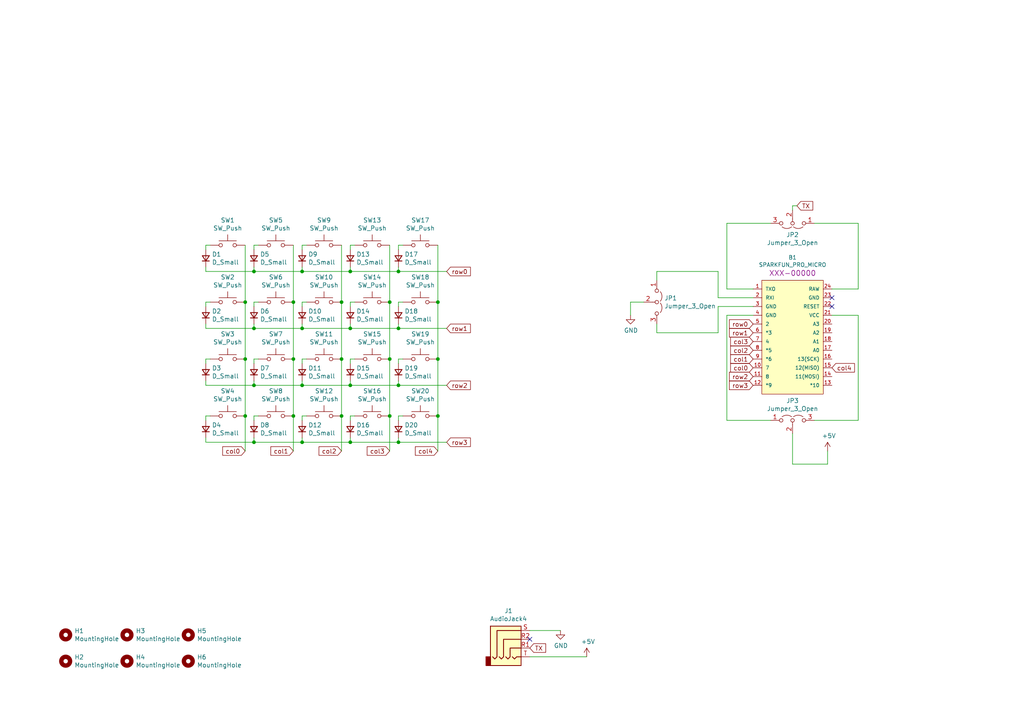
<source format=kicad_sch>
(kicad_sch (version 20230121) (generator eeschema)
  (paper "A4")
  (lib_symbols
    (symbol "Device:D_Small" (pin_numbers hide) (pin_names (offset 0.254) hide)
      (property "Reference" "D" (at -1.27 2.032 0))
      (property "Value" "D_Small" (at -3.81 -2.032 0))
      (symbol "D_Small_0_1"
        (polyline (pts (xy -0.762 -1.016) (xy -0.762 1.016)) (stroke (width 0.254)))
        (polyline (pts (xy -0.762 0) (xy 0.762 0)))
        (polyline (pts (xy 0.762 -1.016) (xy -0.762 0) (xy 0.762 1.016) (xy 0.762 -1.016)) (stroke (width 0.254)))
      )
      (symbol "D_Small_1_1"
        (pin passive line (at -2.54 0 0) (length 1.778) (name "K") (number "1"))
        (pin passive line (at 2.54 0 180) (length 1.778) (name "A") (number "2"))
      )
    )
    (symbol "Mechanical:MountingHole" (pin_names (offset 1.016))
      (property "Reference" "H" (at 0 5.08 0))
      (property "Value" "MountingHole" (at 0 3.175 0))
      (symbol "MountingHole_0_1"
        (circle (center 0 0) (radius 1.27) (stroke (width 1.27)))
      )
    )
    (symbol "Switch:SW_Push" (pin_numbers hide) (pin_names (offset 1.016) hide)
      (property "Reference" "SW" (at 1.27 2.54 0))
      (property "Value" "SW_Push" (at 0 -1.524 0))
      (symbol "SW_Push_0_1"
        (circle (center -2.032 0) (radius 0.508))
        (polyline (pts (xy 0 1.27) (xy 0 3.048)))
        (polyline (pts (xy 2.54 1.27) (xy -2.54 1.27)))
        (circle (center 2.032 0) (radius 0.508))
        (pin passive line (at -5.08 0 0) (length 2.54) (name "1") (number "1"))
        (pin passive line (at 5.08 0 180) (length 2.54) (name "2") (number "2"))
      )
    )
    (symbol "cheapsplit-rescue:AudioJack4-Connector"
      (property "Reference" "J" (at 0 8.89 0))
      (property "Value" "Connector_AudioJack4" (at 0 6.35 0))
      (symbol "AudioJack4-Connector_0_1"
        (rectangle (start -6.35 -5.08) (end -7.62 -7.62) (stroke (width 0.254)) (fill (type outline)))
        (polyline (pts (xy 0 -5.08) (xy 0.635 -5.715) (xy 1.27 -5.08) (xy 2.54 -5.08)) (stroke (width 0.254)))
        (polyline (pts (xy -5.715 -5.08) (xy -5.08 -5.715) (xy -4.445 -5.08) (xy -4.445 2.54) (xy 2.54 2.54)) (stroke (width 0.254)))
        (polyline (pts (xy -1.905 -5.08) (xy -1.27 -5.715) (xy -0.635 -5.08) (xy -0.635 -2.54) (xy 2.54 -2.54)) (stroke (width 0.254)))
        (polyline (pts (xy 2.54 0) (xy -2.54 0) (xy -2.54 -5.08) (xy -3.175 -5.715) (xy -3.81 -5.08)) (stroke (width 0.254)))
        (rectangle (start 2.54 3.81) (end -6.35 -7.62) (stroke (width 0.254)) (fill (type background)))
      )
      (symbol "AudioJack4-Connector_1_1"
        (pin passive line (at 5.08 -2.54 180) (length 2.54) (name "~") (number "R1"))
        (pin passive line (at 5.08 0 180) (length 2.54) (name "~") (number "R2"))
        (pin passive line (at 5.08 2.54 180) (length 2.54) (name "~") (number "S"))
        (pin passive line (at 5.08 -5.08 180) (length 2.54) (name "~") (number "T"))
      )
    )
    (symbol "cheapsplit-rescue:Jumper_3_Open-Jumper" (pin_names (offset 0) hide)
      (property "Reference" "JP" (at -2.54 -2.54 0))
      (property "Value" "Jumper_Jumper_3_Open" (at 0 2.794 0))
      (symbol "Jumper_3_Open-Jumper_0_0"
        (circle (center -3.302 0) (radius 0.508))
        (circle (center 0 0) (radius 0.508))
        (circle (center 3.302 0) (radius 0.508))
      )
      (symbol "Jumper_3_Open-Jumper_0_1"
        (arc (start -0.254 1.016) (mid -1.651 1.4992) (end -3.048 1.016))
        (polyline (pts (xy 0 -0.508) (xy 0 -1.27)))
        (arc (start 3.048 1.016) (mid 1.651 1.4992) (end 0.254 1.016))
      )
      (symbol "Jumper_3_Open-Jumper_1_1"
        (pin passive line (at -6.35 0 0) (length 2.54) (name "A") (number "1"))
        (pin input line (at 0 -3.81 90) (length 2.54) (name "C") (number "2"))
        (pin passive line (at 6.35 0 180) (length 2.54) (name "B") (number "3"))
      )
    )
    (symbol "cheapsplit-rescue:SPARKFUN_PRO_MICRO-SparkFun-Boards" (pin_names (offset 1.016))
      (property "Reference" "B" (at -8.89 17.78 0))
      (property "Value" "SparkFun-Boards_SPARKFUN_PRO_MICRO" (at -8.89 -19.05 0))
      (property "Field4" "XXX-00000" (at 0 21.59 0))
      (symbol "SPARKFUN_PRO_MICRO-SparkFun-Boards_1_1"
        (polyline (pts (xy -8.89 16.51) (xy -8.89 -16.51) (xy 8.89 -16.51) (xy 8.89 16.51) (xy -8.89 16.51)) (fill (type background)))
        (pin bidirectional line (at -11.43 13.97 0) (length 2.54) (name "TXO") (number "1"))
        (pin bidirectional line (at -11.43 -8.89 0) (length 2.54) (name "7") (number "10"))
        (pin bidirectional line (at -11.43 -11.43 0) (length 2.54) (name "8") (number "11"))
        (pin bidirectional line (at -11.43 -13.97 0) (length 2.54) (name "*9") (number "12"))
        (pin bidirectional line (at 11.43 -13.97 180) (length 2.54) (name "*10") (number "13"))
        (pin bidirectional line (at 11.43 -11.43 180) (length 2.54) (name "11(MOSI)") (number "14"))
        (pin bidirectional line (at 11.43 -8.89 180) (length 2.54) (name "12(MISO)") (number "15"))
        (pin bidirectional line (at 11.43 -6.35 180) (length 2.54) (name "13(SCK)") (number "16"))
        (pin bidirectional line (at 11.43 -3.81 180) (length 2.54) (name "A0") (number "17"))
        (pin bidirectional line (at 11.43 -1.27 180) (length 2.54) (name "A1") (number "18"))
        (pin bidirectional line (at 11.43 1.27 180) (length 2.54) (name "A2") (number "19"))
        (pin bidirectional line (at -11.43 11.43 0) (length 2.54) (name "RXI") (number "2"))
        (pin bidirectional line (at 11.43 3.81 180) (length 2.54) (name "A3") (number "20"))
        (pin power_in line (at 11.43 6.35 180) (length 2.54) (name "VCC") (number "21"))
        (pin bidirectional line (at 11.43 8.89 180) (length 2.54) (name "RESET") (number "22"))
        (pin power_in line (at 11.43 11.43 180) (length 2.54) (name "GND") (number "23"))
        (pin power_in line (at 11.43 13.97 180) (length 2.54) (name "RAW") (number "24"))
        (pin power_in line (at -11.43 8.89 0) (length 2.54) (name "GND") (number "3"))
        (pin power_in line (at -11.43 6.35 0) (length 2.54) (name "GND") (number "4"))
        (pin bidirectional line (at -11.43 3.81 0) (length 2.54) (name "2") (number "5"))
        (pin bidirectional line (at -11.43 1.27 0) (length 2.54) (name "*3") (number "6"))
        (pin bidirectional line (at -11.43 -1.27 0) (length 2.54) (name "4") (number "7"))
        (pin bidirectional line (at -11.43 -3.81 0) (length 2.54) (name "*5") (number "8"))
        (pin bidirectional line (at -11.43 -6.35 0) (length 2.54) (name "*6") (number "9"))
      )
    )
    (symbol "power:+5V" (power) (pin_names (offset 0))
      (property "Value" "+5V" (at 0 3.556 0))
      (symbol "+5V_0_1"
        (polyline (pts (xy -0.762 1.27) (xy 0 2.54)))
        (polyline (pts (xy 0 0) (xy 0 2.54)))
        (polyline (pts (xy 0 2.54) (xy 0.762 1.27)))
      )
      (symbol "+5V_1_1"
        (pin power_in line (at 0 0 90) (length 0) hide (name "+5V") (number "1"))
      )
    )
    (symbol "power:GND" (power) (pin_names (offset 0))
      (property "Value" "GND" (at 0 -3.81 0))
      (symbol "GND_0_1"
        (polyline (pts (xy 0 0) (xy 0 -1.27) (xy 1.27 -1.27) (xy 0 -2.54) (xy -1.27 -1.27) (xy 0 -1.27)))
      )
      (symbol "GND_1_1"
        (pin power_in line (at 0 0 270) (length 0) hide (name "GND") (number "1"))
      )
    )
  )
  (junction (at 99.06 87.63))
  (junction (at 101.6 78.74))
  (junction (at 115.57 111.76))
  (junction (at 73.66 128.27))
  (junction (at 85.09 120.65))
  (junction (at 101.6 95.25))
  (junction (at 115.57 95.25))
  (junction (at 127 87.63))
  (junction (at 73.66 78.74))
  (junction (at 87.63 111.76))
  (junction (at 101.6 111.76))
  (junction (at 73.66 95.25))
  (junction (at 113.03 104.14))
  (junction (at 87.63 95.25))
  (junction (at 71.12 120.65))
  (junction (at 115.57 128.27))
  (junction (at 71.12 87.63))
  (junction (at 87.63 78.74))
  (junction (at 127 120.65))
  (junction (at 101.6 128.27))
  (junction (at 85.09 104.14))
  (junction (at 113.03 120.65))
  (junction (at 71.12 104.14))
  (junction (at 99.06 120.65))
  (junction (at 73.66 111.76))
  (junction (at 85.09 87.63))
  (junction (at 113.03 87.63))
  (junction (at 87.63 128.27))
  (junction (at 115.57 78.74))
  (junction (at 127 104.14))
  (junction (at 99.06 104.14))
  (no_connect (at 241.3 88.9))
  (no_connect (at 241.3 86.36))
  (no_connect (at 153.67 185.42))
  (wire (pts (xy 101.6 93.98) (xy 101.6 95.25)))
  (wire (pts (xy 218.44 91.44) (xy 210.82 91.44)))
  (wire (pts (xy 115.57 111.76) (xy 129.54 111.76)))
  (wire (pts (xy 101.6 110.49) (xy 101.6 111.76)))
  (wire (pts (xy 59.69 127) (xy 59.69 128.27)))
  (wire (pts (xy 73.66 77.47) (xy 73.66 78.74)))
  (wire (pts (xy 88.9 87.63) (xy 87.63 87.63)))
  (wire (pts (xy 87.63 93.98) (xy 87.63 95.25)))
  (wire (pts (xy 101.6 71.12) (xy 101.6 72.39)))
  (wire (pts (xy 87.63 95.25) (xy 101.6 95.25)))
  (wire (pts (xy 88.9 120.65) (xy 87.63 120.65)))
  (wire (pts (xy 115.57 78.74) (xy 129.54 78.74)))
  (wire (pts (xy 102.87 120.65) (xy 101.6 120.65)))
  (wire (pts (xy 101.6 120.65) (xy 101.6 121.92)))
  (wire (pts (xy 115.57 127) (xy 115.57 128.27)))
  (wire (pts (xy 101.6 95.25) (xy 115.57 95.25)))
  (wire (pts (xy 127 104.14) (xy 127 120.65)))
  (wire (pts (xy 241.3 91.44) (xy 248.92 91.44)))
  (wire (pts (xy 127 120.65) (xy 127 130.81)))
  (wire (pts (xy 113.03 104.14) (xy 113.03 120.65)))
  (wire (pts (xy 99.06 87.63) (xy 99.06 104.14)))
  (wire (pts (xy 88.9 104.14) (xy 87.63 104.14)))
  (wire (pts (xy 73.66 110.49) (xy 73.66 111.76)))
  (wire (pts (xy 115.57 71.12) (xy 115.57 72.39)))
  (wire (pts (xy 99.06 120.65) (xy 99.06 130.81)))
  (wire (pts (xy 208.28 86.36) (xy 208.28 78.74)))
  (wire (pts (xy 210.82 91.44) (xy 210.82 121.92)))
  (wire (pts (xy 116.84 87.63) (xy 115.57 87.63)))
  (wire (pts (xy 74.93 104.14) (xy 73.66 104.14)))
  (wire (pts (xy 229.87 134.62) (xy 240.03 134.62)))
  (wire (pts (xy 73.66 104.14) (xy 73.66 105.41)))
  (wire (pts (xy 74.93 120.65) (xy 73.66 120.65)))
  (wire (pts (xy 73.66 93.98) (xy 73.66 95.25)))
  (wire (pts (xy 87.63 127) (xy 87.63 128.27)))
  (wire (pts (xy 115.57 77.47) (xy 115.57 78.74)))
  (wire (pts (xy 73.66 87.63) (xy 73.66 88.9)))
  (wire (pts (xy 153.67 182.88) (xy 162.56 182.88)))
  (wire (pts (xy 71.12 104.14) (xy 71.12 120.65)))
  (wire (pts (xy 59.69 77.47) (xy 59.69 78.74)))
  (wire (pts (xy 101.6 77.47) (xy 101.6 78.74)))
  (wire (pts (xy 218.44 88.9) (xy 208.28 88.9)))
  (wire (pts (xy 218.44 83.82) (xy 210.82 83.82)))
  (wire (pts (xy 182.88 87.63) (xy 186.69 87.63)))
  (wire (pts (xy 248.92 121.92) (xy 236.22 121.92)))
  (wire (pts (xy 87.63 128.27) (xy 101.6 128.27)))
  (wire (pts (xy 87.63 71.12) (xy 87.63 72.39)))
  (wire (pts (xy 59.69 110.49) (xy 59.69 111.76)))
  (wire (pts (xy 71.12 71.12) (xy 71.12 87.63)))
  (wire (pts (xy 116.84 71.12) (xy 115.57 71.12)))
  (wire (pts (xy 190.5 78.74) (xy 190.5 81.28)))
  (wire (pts (xy 248.92 91.44) (xy 248.92 121.92)))
  (wire (pts (xy 115.57 110.49) (xy 115.57 111.76)))
  (wire (pts (xy 73.66 120.65) (xy 73.66 121.92)))
  (wire (pts (xy 73.66 127) (xy 73.66 128.27)))
  (wire (pts (xy 59.69 93.98) (xy 59.69 95.25)))
  (wire (pts (xy 127 71.12) (xy 127 87.63)))
  (wire (pts (xy 85.09 104.14) (xy 85.09 120.65)))
  (wire (pts (xy 190.5 96.52) (xy 190.5 93.98)))
  (wire (pts (xy 87.63 77.47) (xy 87.63 78.74)))
  (wire (pts (xy 74.93 71.12) (xy 73.66 71.12)))
  (wire (pts (xy 101.6 127) (xy 101.6 128.27)))
  (wire (pts (xy 60.96 120.65) (xy 59.69 120.65)))
  (wire (pts (xy 231.14 59.69) (xy 229.87 59.69)))
  (wire (pts (xy 87.63 120.65) (xy 87.63 121.92)))
  (wire (pts (xy 85.09 87.63) (xy 85.09 104.14)))
  (wire (pts (xy 59.69 111.76) (xy 73.66 111.76)))
  (wire (pts (xy 87.63 78.74) (xy 101.6 78.74)))
  (wire (pts (xy 101.6 78.74) (xy 115.57 78.74)))
  (wire (pts (xy 60.96 71.12) (xy 59.69 71.12)))
  (wire (pts (xy 74.93 87.63) (xy 73.66 87.63)))
  (wire (pts (xy 101.6 128.27) (xy 115.57 128.27)))
  (wire (pts (xy 87.63 110.49) (xy 87.63 111.76)))
  (wire (pts (xy 102.87 87.63) (xy 101.6 87.63)))
  (wire (pts (xy 115.57 93.98) (xy 115.57 95.25)))
  (wire (pts (xy 115.57 95.25) (xy 129.54 95.25)))
  (wire (pts (xy 113.03 87.63) (xy 113.03 104.14)))
  (wire (pts (xy 73.66 128.27) (xy 87.63 128.27)))
  (wire (pts (xy 153.67 190.5) (xy 170.18 190.5)))
  (wire (pts (xy 85.09 71.12) (xy 85.09 87.63)))
  (wire (pts (xy 115.57 128.27) (xy 129.54 128.27)))
  (wire (pts (xy 59.69 128.27) (xy 73.66 128.27)))
  (wire (pts (xy 73.66 78.74) (xy 87.63 78.74)))
  (wire (pts (xy 102.87 71.12) (xy 101.6 71.12)))
  (wire (pts (xy 229.87 125.73) (xy 229.87 134.62)))
  (wire (pts (xy 71.12 87.63) (xy 71.12 104.14)))
  (wire (pts (xy 73.66 95.25) (xy 87.63 95.25)))
  (wire (pts (xy 73.66 111.76) (xy 87.63 111.76)))
  (wire (pts (xy 229.87 59.69) (xy 229.87 60.96)))
  (wire (pts (xy 208.28 88.9) (xy 208.28 96.52)))
  (wire (pts (xy 88.9 71.12) (xy 87.63 71.12)))
  (wire (pts (xy 113.03 71.12) (xy 113.03 87.63)))
  (wire (pts (xy 115.57 104.14) (xy 115.57 105.41)))
  (wire (pts (xy 99.06 104.14) (xy 99.06 120.65)))
  (wire (pts (xy 73.66 71.12) (xy 73.66 72.39)))
  (wire (pts (xy 218.44 86.36) (xy 208.28 86.36)))
  (wire (pts (xy 87.63 87.63) (xy 87.63 88.9)))
  (wire (pts (xy 59.69 78.74) (xy 73.66 78.74)))
  (wire (pts (xy 115.57 120.65) (xy 115.57 121.92)))
  (wire (pts (xy 182.88 91.44) (xy 182.88 87.63)))
  (wire (pts (xy 60.96 87.63) (xy 59.69 87.63)))
  (wire (pts (xy 59.69 95.25) (xy 73.66 95.25)))
  (wire (pts (xy 71.12 120.65) (xy 71.12 130.81)))
  (wire (pts (xy 59.69 71.12) (xy 59.69 72.39)))
  (wire (pts (xy 127 87.63) (xy 127 104.14)))
  (wire (pts (xy 248.92 64.77) (xy 236.22 64.77)))
  (wire (pts (xy 208.28 96.52) (xy 190.5 96.52)))
  (wire (pts (xy 116.84 120.65) (xy 115.57 120.65)))
  (wire (pts (xy 102.87 104.14) (xy 101.6 104.14)))
  (wire (pts (xy 85.09 120.65) (xy 85.09 130.81)))
  (wire (pts (xy 210.82 64.77) (xy 223.52 64.77)))
  (wire (pts (xy 101.6 87.63) (xy 101.6 88.9)))
  (wire (pts (xy 208.28 78.74) (xy 190.5 78.74)))
  (wire (pts (xy 60.96 104.14) (xy 59.69 104.14)))
  (wire (pts (xy 87.63 111.76) (xy 101.6 111.76)))
  (wire (pts (xy 59.69 104.14) (xy 59.69 105.41)))
  (wire (pts (xy 241.3 83.82) (xy 248.92 83.82)))
  (wire (pts (xy 210.82 83.82) (xy 210.82 64.77)))
  (wire (pts (xy 87.63 104.14) (xy 87.63 105.41)))
  (wire (pts (xy 115.57 87.63) (xy 115.57 88.9)))
  (wire (pts (xy 99.06 71.12) (xy 99.06 87.63)))
  (wire (pts (xy 59.69 120.65) (xy 59.69 121.92)))
  (wire (pts (xy 59.69 87.63) (xy 59.69 88.9)))
  (wire (pts (xy 113.03 120.65) (xy 113.03 130.81)))
  (wire (pts (xy 101.6 104.14) (xy 101.6 105.41)))
  (wire (pts (xy 240.03 134.62) (xy 240.03 130.81)))
  (wire (pts (xy 248.92 83.82) (xy 248.92 64.77)))
  (wire (pts (xy 210.82 121.92) (xy 223.52 121.92)))
  (wire (pts (xy 101.6 111.76) (xy 115.57 111.76)))
  (wire (pts (xy 116.84 104.14) (xy 115.57 104.14)))
  (global_label "col0" (shape input) (at 218.44 106.68 180) (property "Intersheetrefs" "${INTERSHEET_REFS}" (effects hide)))
  (global_label "col3" (shape input) (at 218.44 99.06 180) (property "Intersheetrefs" "${INTERSHEET_REFS}" (effects hide)))
  (global_label "row3" (shape input) (at 218.44 111.76 180) (property "Intersheetrefs" "${INTERSHEET_REFS}" (effects hide)))
  (global_label "col2" (shape input) (at 99.06 130.81 180) (property "Intersheetrefs" "${INTERSHEET_REFS}" (effects hide)))
  (global_label "col0" (shape input) (at 71.12 130.81 180) (property "Intersheetrefs" "${INTERSHEET_REFS}" (effects hide)))
  (global_label "row2" (shape input) (at 129.54 111.76 0) (property "Intersheetrefs" "${INTERSHEET_REFS}" (effects hide)))
  (global_label "row2" (shape input) (at 218.44 109.22 180) (property "Intersheetrefs" "${INTERSHEET_REFS}" (effects hide)))
  (global_label "row0" (shape input) (at 218.44 93.98 180) (property "Intersheetrefs" "${INTERSHEET_REFS}" (effects hide)))
  (global_label "col1" (shape input) (at 218.44 104.14 180) (property "Intersheetrefs" "${INTERSHEET_REFS}" (effects hide)))
  (global_label "TX" (shape input) (at 153.67 187.96 0) (property "Intersheetrefs" "${INTERSHEET_REFS}" (effects hide)))
  (global_label "col1" (shape input) (at 85.09 130.81 180) (property "Intersheetrefs" "${INTERSHEET_REFS}" (effects hide)))
  (global_label "row1" (shape input) (at 218.44 96.52 180) (property "Intersheetrefs" "${INTERSHEET_REFS}" (effects hide)))
  (global_label "col2" (shape input) (at 218.44 101.6 180) (property "Intersheetrefs" "${INTERSHEET_REFS}" (effects hide)))
  (global_label "row0" (shape input) (at 129.54 78.74 0) (property "Intersheetrefs" "${INTERSHEET_REFS}" (effects hide)))
  (global_label "TX" (shape input) (at 231.14 59.69 0) (property "Intersheetrefs" "${INTERSHEET_REFS}" (effects hide)))
  (global_label "row1" (shape input) (at 129.54 95.25 0) (property "Intersheetrefs" "${INTERSHEET_REFS}" (effects hide)))
  (global_label "col4" (shape input) (at 241.3 106.68 0) (property "Intersheetrefs" "${INTERSHEET_REFS}" (effects hide)))
  (global_label "col4" (shape input) (at 127 130.81 180) (property "Intersheetrefs" "${INTERSHEET_REFS}" (effects hide)))
  (global_label "col3" (shape input) (at 113.03 130.81 180) (property "Intersheetrefs" "${INTERSHEET_REFS}" (effects hide)))
  (global_label "row3" (shape input) (at 129.54 128.27 0) (property "Intersheetrefs" "${INTERSHEET_REFS}" (effects hide)))
  (symbol (lib_id "Switch:SW_Push") (at 66.04 71.12 0) (unit 1)
    (property "Reference" "SW1" (at 66.04 63.881 0))
    (property "Value" "SW_Push" (at 66.04 66.1924 0))
    (property "Footprint" "keyswitches:SW_PG1350_reversible" (effects hide))
  )
  (symbol (lib_id "Device:D_Small") (at 59.69 74.93 90) (unit 1)
    (property "Reference" "D1" (at 61.468 73.7616 90) (effects (justify right)))
    (property "Value" "D_Small" (at 61.468 76.073 90) (effects (justify right)))
    (property "Footprint" "Diode_THT:D_T-1_P5.08mm_Horizontal" (effects hide))
  )
  (symbol (lib_id "Switch:SW_Push") (at 66.04 87.63 0) (unit 1)
    (property "Reference" "SW2" (at 66.04 80.391 0))
    (property "Value" "SW_Push" (at 66.04 82.7024 0))
    (property "Footprint" "keyswitches:SW_PG1350_reversible" (effects hide))
  )
  (symbol (lib_id "Device:D_Small") (at 59.69 91.44 90) (unit 1)
    (property "Reference" "D2" (at 61.468 90.2716 90) (effects (justify right)))
    (property "Value" "D_Small" (at 61.468 92.583 90) (effects (justify right)))
    (property "Footprint" "Diode_THT:D_T-1_P5.08mm_Horizontal" (effects hide))
  )
  (symbol (lib_id "Switch:SW_Push") (at 66.04 104.14 0) (unit 1)
    (property "Reference" "SW3" (at 66.04 96.901 0))
    (property "Value" "SW_Push" (at 66.04 99.2124 0))
    (property "Footprint" "keyswitches:SW_PG1350_reversible" (effects hide))
  )
  (symbol (lib_id "Device:D_Small") (at 59.69 107.95 90) (unit 1)
    (property "Reference" "D3" (at 61.468 106.7816 90) (effects (justify right)))
    (property "Value" "D_Small" (at 61.468 109.093 90) (effects (justify right)))
    (property "Footprint" "Diode_THT:D_T-1_P5.08mm_Horizontal" (effects hide))
  )
  (symbol (lib_id "Switch:SW_Push") (at 66.04 120.65 0) (unit 1)
    (property "Reference" "SW4" (at 66.04 113.411 0))
    (property "Value" "SW_Push" (at 66.04 115.7224 0))
    (property "Footprint" "keyswitches:SW_PG1350_reversible" (effects hide))
  )
  (symbol (lib_id "Device:D_Small") (at 59.69 124.46 90) (unit 1)
    (property "Reference" "D4" (at 61.468 123.2916 90) (effects (justify right)))
    (property "Value" "D_Small" (at 61.468 125.603 90) (effects (justify right)))
    (property "Footprint" "Diode_THT:D_T-1_P5.08mm_Horizontal" (effects hide))
  )
  (symbol (lib_id "Switch:SW_Push") (at 80.01 71.12 0) (unit 1)
    (property "Reference" "SW5" (at 80.01 63.881 0))
    (property "Value" "SW_Push" (at 80.01 66.1924 0))
    (property "Footprint" "keyswitches:SW_PG1350_reversible" (effects hide))
  )
  (symbol (lib_id "Device:D_Small") (at 73.66 74.93 90) (unit 1)
    (property "Reference" "D5" (at 75.438 73.7616 90) (effects (justify right)))
    (property "Value" "D_Small" (at 75.438 76.073 90) (effects (justify right)))
    (property "Footprint" "Diode_THT:D_T-1_P5.08mm_Horizontal" (effects hide))
  )
  (symbol (lib_id "Switch:SW_Push") (at 80.01 87.63 0) (unit 1)
    (property "Reference" "SW6" (at 80.01 80.391 0))
    (property "Value" "SW_Push" (at 80.01 82.7024 0))
    (property "Footprint" "keyswitches:SW_PG1350_reversible" (effects hide))
  )
  (symbol (lib_id "Device:D_Small") (at 73.66 91.44 90) (unit 1)
    (property "Reference" "D6" (at 75.438 90.2716 90) (effects (justify right)))
    (property "Value" "D_Small" (at 75.438 92.583 90) (effects (justify right)))
    (property "Footprint" "Diode_THT:D_T-1_P5.08mm_Horizontal" (effects hide))
  )
  (symbol (lib_id "Switch:SW_Push") (at 80.01 104.14 0) (unit 1)
    (property "Reference" "SW7" (at 80.01 96.901 0))
    (property "Value" "SW_Push" (at 80.01 99.2124 0))
    (property "Footprint" "keyswitches:SW_PG1350_reversible" (effects hide))
  )
  (symbol (lib_id "Device:D_Small") (at 73.66 107.95 90) (unit 1)
    (property "Reference" "D7" (at 75.438 106.7816 90) (effects (justify right)))
    (property "Value" "D_Small" (at 75.438 109.093 90) (effects (justify right)))
    (property "Footprint" "Diode_THT:D_T-1_P5.08mm_Horizontal" (effects hide))
  )
  (symbol (lib_id "Switch:SW_Push") (at 80.01 120.65 0) (unit 1)
    (property "Reference" "SW8" (at 80.01 113.411 0))
    (property "Value" "SW_Push" (at 80.01 115.7224 0))
    (property "Footprint" "keyswitches:SW_PG1350_reversible" (effects hide))
  )
  (symbol (lib_id "Device:D_Small") (at 73.66 124.46 90) (unit 1)
    (property "Reference" "D8" (at 75.438 123.2916 90) (effects (justify right)))
    (property "Value" "D_Small" (at 75.438 125.603 90) (effects (justify right)))
    (property "Footprint" "Diode_THT:D_T-1_P5.08mm_Horizontal" (effects hide))
  )
  (symbol (lib_id "Switch:SW_Push") (at 93.98 71.12 0) (unit 1)
    (property "Reference" "SW9" (at 93.98 63.881 0))
    (property "Value" "SW_Push" (at 93.98 66.1924 0))
    (property "Footprint" "keyswitches:SW_PG1350_reversible" (effects hide))
  )
  (symbol (lib_id "Device:D_Small") (at 87.63 74.93 90) (unit 1)
    (property "Reference" "D9" (at 89.408 73.7616 90) (effects (justify right)))
    (property "Value" "D_Small" (at 89.408 76.073 90) (effects (justify right)))
    (property "Footprint" "Diode_THT:D_T-1_P5.08mm_Horizontal" (effects hide))
  )
  (symbol (lib_id "Switch:SW_Push") (at 93.98 87.63 0) (unit 1)
    (property "Reference" "SW10" (at 93.98 80.391 0))
    (property "Value" "SW_Push" (at 93.98 82.7024 0))
    (property "Footprint" "keyswitches:SW_PG1350_reversible" (effects hide))
  )
  (symbol (lib_id "Device:D_Small") (at 87.63 91.44 90) (unit 1)
    (property "Reference" "D10" (at 89.408 90.2716 90) (effects (justify right)))
    (property "Value" "D_Small" (at 89.408 92.583 90) (effects (justify right)))
    (property "Footprint" "Diode_THT:D_T-1_P5.08mm_Horizontal" (effects hide))
  )
  (symbol (lib_id "Switch:SW_Push") (at 93.98 104.14 0) (unit 1)
    (property "Reference" "SW11" (at 93.98 96.901 0))
    (property "Value" "SW_Push" (at 93.98 99.2124 0))
    (property "Footprint" "keyswitches:SW_PG1350_reversible" (effects hide))
  )
  (symbol (lib_id "Device:D_Small") (at 87.63 107.95 90) (unit 1)
    (property "Reference" "D11" (at 89.408 106.7816 90) (effects (justify right)))
    (property "Value" "D_Small" (at 89.408 109.093 90) (effects (justify right)))
    (property "Footprint" "Diode_THT:D_T-1_P5.08mm_Horizontal" (effects hide))
  )
  (symbol (lib_id "Switch:SW_Push") (at 93.98 120.65 0) (unit 1)
    (property "Reference" "SW12" (at 93.98 113.411 0))
    (property "Value" "SW_Push" (at 93.98 115.7224 0))
    (property "Footprint" "keyswitches:SW_PG1350_reversible" (effects hide))
  )
  (symbol (lib_id "Device:D_Small") (at 87.63 124.46 90) (unit 1)
    (property "Reference" "D12" (at 89.408 123.2916 90) (effects (justify right)))
    (property "Value" "D_Small" (at 89.408 125.603 90) (effects (justify right)))
    (property "Footprint" "Diode_THT:D_T-1_P5.08mm_Horizontal" (effects hide))
  )
  (symbol (lib_id "Switch:SW_Push") (at 107.95 71.12 0) (unit 1)
    (property "Reference" "SW13" (at 107.95 63.881 0))
    (property "Value" "SW_Push" (at 107.95 66.1924 0))
    (property "Footprint" "keyswitches:SW_PG1350_reversible" (effects hide))
  )
  (symbol (lib_id "Device:D_Small") (at 101.6 74.93 90) (unit 1)
    (property "Reference" "D13" (at 103.378 73.7616 90) (effects (justify right)))
    (property "Value" "D_Small" (at 103.378 76.073 90) (effects (justify right)))
    (property "Footprint" "Diode_THT:D_T-1_P5.08mm_Horizontal" (effects hide))
  )
  (symbol (lib_id "Switch:SW_Push") (at 107.95 87.63 0) (unit 1)
    (property "Reference" "SW14" (at 107.95 80.391 0))
    (property "Value" "SW_Push" (at 107.95 82.7024 0))
    (property "Footprint" "keyswitches:SW_PG1350_reversible" (effects hide))
  )
  (symbol (lib_id "Device:D_Small") (at 101.6 91.44 90) (unit 1)
    (property "Reference" "D14" (at 103.378 90.2716 90) (effects (justify right)))
    (property "Value" "D_Small" (at 103.378 92.583 90) (effects (justify right)))
    (property "Footprint" "Diode_THT:D_T-1_P5.08mm_Horizontal" (effects hide))
  )
  (symbol (lib_id "Switch:SW_Push") (at 107.95 104.14 0) (unit 1)
    (property "Reference" "SW15" (at 107.95 96.901 0))
    (property "Value" "SW_Push" (at 107.95 99.2124 0))
    (property "Footprint" "keyswitches:SW_PG1350_reversible" (effects hide))
  )
  (symbol (lib_id "Device:D_Small") (at 101.6 107.95 90) (unit 1)
    (property "Reference" "D15" (at 103.378 106.7816 90) (effects (justify right)))
    (property "Value" "D_Small" (at 103.378 109.093 90) (effects (justify right)))
    (property "Footprint" "Diode_THT:D_T-1_P5.08mm_Horizontal" (effects hide))
  )
  (symbol (lib_id "Switch:SW_Push") (at 107.95 120.65 0) (unit 1)
    (property "Reference" "SW16" (at 107.95 113.411 0))
    (property "Value" "SW_Push" (at 107.95 115.7224 0))
    (property "Footprint" "keyswitches:SW_PG1350_reversible" (effects hide))
  )
  (symbol (lib_id "Device:D_Small") (at 101.6 124.46 90) (unit 1)
    (property "Reference" "D16" (at 103.378 123.2916 90) (effects (justify right)))
    (property "Value" "D_Small" (at 103.378 125.603 90) (effects (justify right)))
    (property "Footprint" "Diode_THT:D_T-1_P5.08mm_Horizontal" (effects hide))
  )
  (symbol (lib_id "Switch:SW_Push") (at 121.92 71.12 0) (unit 1)
    (property "Reference" "SW17" (at 121.92 63.881 0))
    (property "Value" "SW_Push" (at 121.92 66.1924 0))
    (property "Footprint" "keyswitches:SW_PG1350_reversible" (effects hide))
  )
  (symbol (lib_id "Device:D_Small") (at 115.57 74.93 90) (unit 1)
    (property "Reference" "D17" (at 117.348 73.7616 90) (effects (justify right)))
    (property "Value" "D_Small" (at 117.348 76.073 90) (effects (justify right)))
    (property "Footprint" "Diode_THT:D_T-1_P5.08mm_Horizontal" (effects hide))
  )
  (symbol (lib_id "Switch:SW_Push") (at 121.92 87.63 0) (unit 1)
    (property "Reference" "SW18" (at 121.92 80.391 0))
    (property "Value" "SW_Push" (at 121.92 82.7024 0))
    (property "Footprint" "keyswitches:SW_PG1350_reversible" (effects hide))
  )
  (symbol (lib_id "Device:D_Small") (at 115.57 91.44 90) (unit 1)
    (property "Reference" "D18" (at 117.348 90.2716 90) (effects (justify right)))
    (property "Value" "D_Small" (at 117.348 92.583 90) (effects (justify right)))
    (property "Footprint" "Diode_THT:D_T-1_P5.08mm_Horizontal" (effects hide))
  )
  (symbol (lib_id "Switch:SW_Push") (at 121.92 104.14 0) (unit 1)
    (property "Reference" "SW19" (at 121.92 96.901 0))
    (property "Value" "SW_Push" (at 121.92 99.2124 0))
    (property "Footprint" "keyswitches:SW_PG1350_reversible" (effects hide))
  )
  (symbol (lib_id "Device:D_Small") (at 115.57 107.95 90) (unit 1)
    (property "Reference" "D19" (at 117.348 106.7816 90) (effects (justify right)))
    (property "Value" "D_Small" (at 117.348 109.093 90) (effects (justify right)))
    (property "Footprint" "Diode_THT:D_T-1_P5.08mm_Horizontal" (effects hide))
  )
  (symbol (lib_id "Switch:SW_Push") (at 121.92 120.65 0) (unit 1)
    (property "Reference" "SW20" (at 121.92 113.411 0))
    (property "Value" "SW_Push" (at 121.92 115.7224 0))
    (property "Footprint" "keyswitches:SW_PG1350_reversible" (effects hide))
  )
  (symbol (lib_id "Device:D_Small") (at 115.57 124.46 90) (unit 1)
    (property "Reference" "D20" (at 117.348 123.2916 90) (effects (justify right)))
    (property "Value" "D_Small" (at 117.348 125.603 90) (effects (justify right)))
    (property "Footprint" "Diode_THT:D_T-1_P5.08mm_Horizontal" (effects hide))
  )
  (symbol (lib_id "cheapsplit-rescue:AudioJack4-Connector") (at 148.59 185.42 0) (unit 1)
    (property "Reference" "J1" (at 147.4978 177.165 0))
    (property "Value" "AudioJack4" (at 147.4978 179.4764 0))
    (property "Footprint" "Connector_Audio:Jack_3.5mm_PJ320D_Horizontal" (effects hide))
  )
  (symbol (lib_id "power:GND") (at 162.56 182.88 0) (unit 1)
    (property "Reference" "#PWR0102" (effects hide))
    (property "Value" "GND" (at 162.687 187.2742 0))
  )
  (symbol (lib_id "power:+5V") (at 170.18 190.5 0) (unit 1)
    (property "Reference" "#PWR0101" (effects hide))
    (property "Value" "+5V" (at 170.561 186.1058 0))
  )
  (symbol (lib_id "cheapsplit-rescue:SPARKFUN_PRO_MICRO-SparkFun-Boards") (at 229.87 97.79 0) (unit 1)
    (property "Reference" "B1" (at 229.87 74.676 0) (effects (font (size 1.143 1.143))))
    (property "Value" "SPARKFUN_PRO_MICRO" (at 229.87 76.8096 0) (effects (font (size 1.143 1.143))))
    (property "Footprint" "Boards:SPARKFUN_PRO_MICRO" (effects hide))
    (property "Field4" "XXX-00000" (at 229.87 79.2226 0) (effects (font (size 1.524 1.524))))
  )
  (symbol (lib_id "cheapsplit-rescue:Jumper_3_Open-Jumper") (at 229.87 64.77 180) (unit 1)
    (property "Reference" "JP2" (at 229.87 68.0974 0))
    (property "Value" "Jumper_3_Open" (at 229.87 70.4088 0))
    (property "Footprint" "Connector_PinHeader_1.27mm:PinHeader_1x03_P1.27mm_Vertical" (effects hide))
  )
  (symbol (lib_id "cheapsplit-rescue:Jumper_3_Open-Jumper") (at 229.87 121.92 0) (unit 1)
    (property "Reference" "JP3" (at 229.87 116.2304 0))
    (property "Value" "Jumper_3_Open" (at 229.87 118.5418 0))
    (property "Footprint" "Connector_PinHeader_1.27mm:PinHeader_1x03_P1.27mm_Vertical" (effects hide))
  )
  (symbol (lib_id "power:+5V") (at 240.03 130.81 0) (unit 1)
    (property "Reference" "#PWR0103" (effects hide))
    (property "Value" "+5V" (at 240.411 126.4158 0))
  )
  (symbol (lib_id "cheapsplit-rescue:Jumper_3_Open-Jumper") (at 190.5 87.63 270) (unit 1)
    (property "Reference" "JP1" (at 192.7098 86.4616 90) (effects (justify left)))
    (property "Value" "Jumper_3_Open" (at 192.7098 88.773 90) (effects (justify left)))
    (property "Footprint" "Connector_PinHeader_1.27mm:PinHeader_1x03_P1.27mm_Vertical" (effects hide))
  )
  (symbol (lib_id "power:GND") (at 182.88 91.44 0) (unit 1)
    (property "Reference" "#PWR0104" (effects hide))
    (property "Value" "GND" (at 183.007 95.8342 0))
  )
  (symbol (lib_id "Mechanical:MountingHole") (at 19.05 191.77 0) (unit 1)
    (property "Reference" "H2" (at 21.59 190.6016 0) (effects (justify left)))
    (property "Value" "MountingHole" (at 21.59 192.913 0) (effects (justify left)))
    (property "Footprint" "MountingHole:MountingHole_2.2mm_M2" (effects hide))
  )
  (symbol (lib_id "Mechanical:MountingHole") (at 36.83 191.77 0) (unit 1)
    (property "Reference" "H4" (at 39.37 190.6016 0) (effects (justify left)))
    (property "Value" "MountingHole" (at 39.37 192.913 0) (effects (justify left)))
    (property "Footprint" "MountingHole:MountingHole_2.2mm_M2" (effects hide))
  )
  (symbol (lib_id "Mechanical:MountingHole") (at 54.61 191.77 0) (unit 1)
    (property "Reference" "H6" (at 57.15 190.6016 0) (effects (justify left)))
    (property "Value" "MountingHole" (at 57.15 192.913 0) (effects (justify left)))
    (property "Footprint" "MountingHole:MountingHole_2.2mm_M2" (effects hide))
  )
  (symbol (lib_id "Mechanical:MountingHole") (at 19.05 184.15 0) (unit 1)
    (property "Reference" "H1" (at 21.59 182.9816 0) (effects (justify left)))
    (property "Value" "MountingHole" (at 21.59 185.293 0) (effects (justify left)))
    (property "Footprint" "MountingHole:MountingHole_2.2mm_M2" (effects hide))
  )
  (symbol (lib_id "Mechanical:MountingHole") (at 36.83 184.15 0) (unit 1)
    (property "Reference" "H3" (at 39.37 182.9816 0) (effects (justify left)))
    (property "Value" "MountingHole" (at 39.37 185.293 0) (effects (justify left)))
    (property "Footprint" "MountingHole:MountingHole_2.2mm_M2" (effects hide))
  )
  (symbol (lib_id "Mechanical:MountingHole") (at 54.61 184.15 0) (unit 1)
    (property "Reference" "H5" (at 57.15 182.9816 0) (effects (justify left)))
    (property "Value" "MountingHole" (at 57.15 185.293 0) (effects (justify left)))
    (property "Footprint" "MountingHole:MountingHole_2.2mm_M2" (effects hide))
  )
)
</source>
